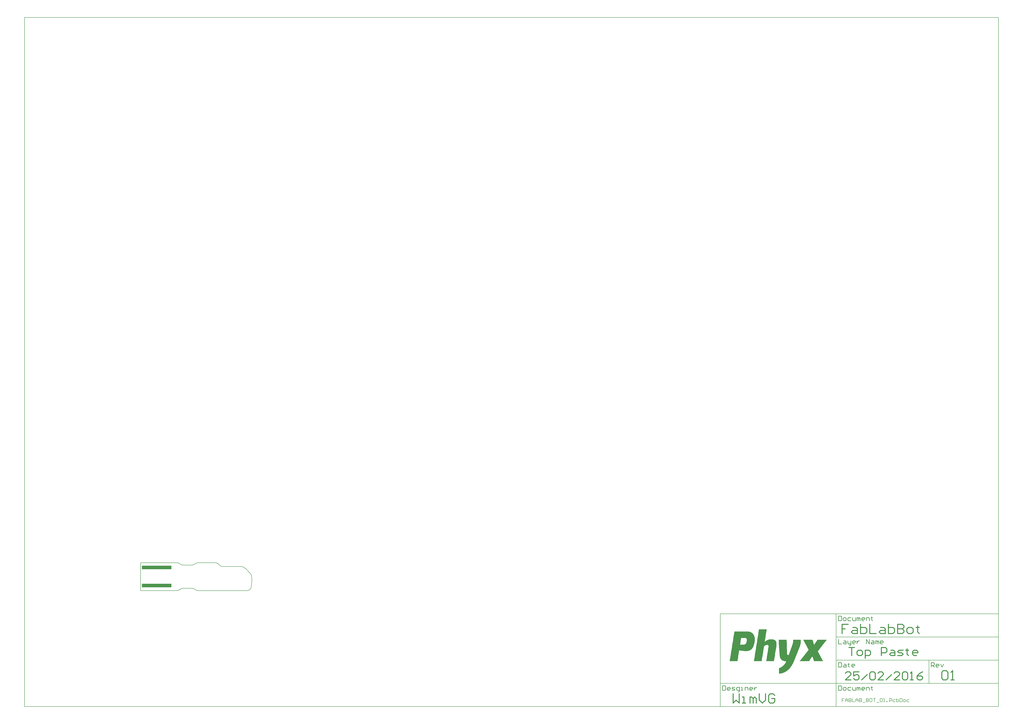
<source format=gtp>
G04 Layer_Color=8421504*
%FSLAX25Y25*%
%MOIN*%
G70*
G01*
G75*
%ADD11R,0.50000X0.05906*%
%ADD12C,0.01575*%
%ADD13C,0.00787*%
%ADD14C,0.00984*%
G36*
X1121080Y-83717D02*
Y-84003D01*
Y-84290D01*
Y-84576D01*
Y-84862D01*
Y-85149D01*
Y-85435D01*
Y-85721D01*
Y-86007D01*
Y-86294D01*
Y-86580D01*
Y-86866D01*
Y-87153D01*
Y-87439D01*
Y-87725D01*
Y-88012D01*
Y-88298D01*
Y-88584D01*
Y-88871D01*
Y-89157D01*
Y-89443D01*
X1120793D01*
Y-89730D01*
Y-90016D01*
Y-90302D01*
Y-90588D01*
Y-90875D01*
X1120507D01*
Y-91161D01*
Y-91448D01*
Y-91734D01*
Y-92020D01*
X1120221D01*
Y-92306D01*
Y-92593D01*
Y-92879D01*
Y-93165D01*
X1119934D01*
Y-93452D01*
Y-93738D01*
Y-94024D01*
X1119648D01*
Y-94311D01*
Y-94597D01*
Y-94883D01*
X1119362D01*
Y-95170D01*
Y-95456D01*
Y-95742D01*
X1119075D01*
Y-96029D01*
Y-96315D01*
Y-96601D01*
X1118789D01*
Y-96887D01*
Y-97174D01*
X1118503D01*
Y-97460D01*
Y-97746D01*
X1118217D01*
Y-98033D01*
Y-98319D01*
Y-98605D01*
X1117930D01*
Y-98892D01*
Y-99178D01*
X1117644D01*
Y-99464D01*
Y-99751D01*
Y-100037D01*
X1117358D01*
Y-100323D01*
Y-100610D01*
X1117071D01*
Y-100896D01*
Y-101182D01*
Y-101468D01*
X1116785D01*
Y-101755D01*
Y-102041D01*
X1116499D01*
Y-102327D01*
Y-102614D01*
Y-102900D01*
X1116212D01*
Y-103186D01*
Y-103473D01*
X1115926D01*
Y-103759D01*
Y-104045D01*
Y-104332D01*
X1115640D01*
Y-104618D01*
Y-104904D01*
X1115353D01*
Y-105191D01*
Y-105477D01*
Y-105763D01*
X1115067D01*
Y-106049D01*
Y-106336D01*
X1114781D01*
Y-106622D01*
Y-106908D01*
Y-107195D01*
X1114494D01*
Y-107481D01*
Y-107767D01*
X1114208D01*
Y-108054D01*
Y-108340D01*
Y-108626D01*
X1113922D01*
Y-108913D01*
Y-109199D01*
X1113636D01*
Y-109485D01*
Y-109772D01*
Y-110058D01*
X1113349D01*
Y-110344D01*
Y-110630D01*
X1113063D01*
Y-110917D01*
Y-111203D01*
Y-111489D01*
X1112776D01*
Y-111776D01*
Y-112062D01*
X1112490D01*
Y-112348D01*
Y-112635D01*
Y-112921D01*
X1112204D01*
Y-113207D01*
Y-113494D01*
X1111918D01*
Y-113780D01*
Y-114066D01*
Y-114353D01*
X1111631D01*
Y-114639D01*
Y-114925D01*
X1111345D01*
Y-115211D01*
Y-115498D01*
Y-115784D01*
X1111059D01*
Y-116070D01*
Y-116357D01*
X1110772D01*
Y-116643D01*
Y-116929D01*
Y-117216D01*
X1110486D01*
Y-117502D01*
Y-117788D01*
X1110200D01*
Y-118075D01*
Y-118361D01*
Y-118647D01*
X1109913D01*
Y-118933D01*
Y-119220D01*
X1109627D01*
Y-119506D01*
Y-119792D01*
Y-120079D01*
X1109341D01*
Y-120365D01*
Y-120651D01*
X1109054D01*
Y-120938D01*
Y-121224D01*
X1108768D01*
Y-121510D01*
Y-121797D01*
X1108482D01*
Y-122083D01*
Y-122369D01*
Y-122656D01*
X1108195D01*
Y-122942D01*
X1107909D01*
Y-123228D01*
Y-123514D01*
Y-123801D01*
X1107623D01*
Y-124087D01*
X1107337D01*
Y-124373D01*
Y-124660D01*
X1107050D01*
Y-124946D01*
Y-125232D01*
X1106764D01*
Y-125519D01*
Y-125805D01*
X1106478D01*
Y-126091D01*
Y-126378D01*
X1106191D01*
Y-126664D01*
X1105905D01*
Y-126950D01*
Y-127237D01*
X1105619D01*
Y-127523D01*
Y-127809D01*
X1105332D01*
Y-128095D01*
X1105046D01*
Y-128382D01*
X1104760D01*
Y-128668D01*
Y-128954D01*
X1104473D01*
Y-129241D01*
X1104187D01*
Y-129527D01*
Y-129813D01*
X1103901D01*
Y-130100D01*
X1103615D01*
Y-130386D01*
X1103328D01*
Y-130672D01*
Y-130959D01*
X1103042D01*
Y-131245D01*
X1102756D01*
Y-131531D01*
X1102469D01*
Y-131818D01*
X1102183D01*
Y-132104D01*
X1101897D01*
Y-132390D01*
Y-132676D01*
X1101610D01*
Y-132963D01*
X1101324D01*
Y-133249D01*
X1101038D01*
Y-133535D01*
X1100751D01*
Y-133822D01*
X1100465D01*
Y-134108D01*
X1100179D01*
Y-134394D01*
X1099892D01*
Y-134681D01*
X1099320D01*
Y-134967D01*
X1099034D01*
Y-135253D01*
X1098747D01*
Y-135540D01*
X1098461D01*
Y-135826D01*
X1098175D01*
Y-136112D01*
X1097602D01*
Y-136399D01*
X1097316D01*
Y-136685D01*
X1096743D01*
Y-136971D01*
X1096457D01*
Y-137258D01*
X1095884D01*
Y-137544D01*
X1095598D01*
Y-137830D01*
X1095025D01*
Y-138117D01*
X1094452D01*
Y-138403D01*
X1093880D01*
Y-138689D01*
X1093307D01*
Y-138975D01*
X1092735D01*
Y-139262D01*
X1091876D01*
Y-139548D01*
X1091303D01*
Y-139834D01*
X1090444D01*
Y-140121D01*
X1089299D01*
Y-140407D01*
X1088154D01*
Y-140693D01*
X1086436D01*
Y-140980D01*
X1084432D01*
Y-141266D01*
X1084145D01*
Y-140980D01*
Y-140693D01*
Y-140407D01*
Y-140121D01*
Y-139834D01*
Y-139548D01*
Y-139262D01*
Y-138975D01*
Y-138689D01*
Y-138403D01*
Y-138117D01*
Y-137830D01*
Y-137544D01*
Y-137258D01*
Y-136971D01*
Y-136685D01*
Y-136399D01*
Y-136112D01*
Y-135826D01*
Y-135540D01*
Y-135253D01*
Y-134967D01*
Y-134681D01*
Y-134394D01*
Y-134108D01*
Y-133822D01*
Y-133535D01*
Y-133249D01*
Y-132963D01*
Y-132676D01*
Y-132390D01*
Y-132104D01*
Y-131818D01*
X1084718D01*
Y-131531D01*
X1085291D01*
Y-131245D01*
X1085863D01*
Y-130959D01*
X1086436D01*
Y-130672D01*
X1087008D01*
Y-130386D01*
X1087581D01*
Y-130100D01*
X1087867D01*
Y-129813D01*
X1088440D01*
Y-129527D01*
X1088726D01*
Y-129241D01*
X1089299D01*
Y-128954D01*
X1089585D01*
Y-128668D01*
X1089872D01*
Y-128382D01*
X1090444D01*
Y-128095D01*
X1090730D01*
Y-127809D01*
X1091017D01*
Y-127523D01*
X1091303D01*
Y-127237D01*
X1091589D01*
Y-126950D01*
X1091876D01*
Y-126664D01*
X1092162D01*
Y-126378D01*
X1092448D01*
Y-126091D01*
X1092735D01*
Y-125805D01*
X1093021D01*
Y-125519D01*
X1093307D01*
Y-125232D01*
X1093594D01*
Y-124946D01*
Y-124660D01*
X1093880D01*
Y-124373D01*
X1094166D01*
Y-124087D01*
X1094452D01*
Y-123801D01*
Y-123514D01*
X1094739D01*
Y-123228D01*
X1095025D01*
Y-122942D01*
Y-122656D01*
X1095311D01*
Y-122369D01*
Y-122083D01*
X1095598D01*
Y-121797D01*
X1095884D01*
Y-121510D01*
Y-121224D01*
X1096170D01*
Y-120938D01*
Y-120651D01*
X1096457D01*
Y-120365D01*
Y-120079D01*
X1094739D01*
Y-119792D01*
X1092735D01*
Y-119506D01*
X1091589D01*
Y-119220D01*
X1091017D01*
Y-118933D01*
X1090158D01*
Y-118647D01*
X1089585D01*
Y-118361D01*
X1089299D01*
Y-118075D01*
X1088726D01*
Y-117788D01*
X1088440D01*
Y-117502D01*
X1088154D01*
Y-117216D01*
X1087867D01*
Y-116929D01*
X1087581D01*
Y-116643D01*
X1087295D01*
Y-116357D01*
Y-116070D01*
X1087008D01*
Y-115784D01*
X1086722D01*
Y-115498D01*
Y-115211D01*
X1086436D01*
Y-114925D01*
Y-114639D01*
X1086149D01*
Y-114353D01*
Y-114066D01*
X1085863D01*
Y-113780D01*
Y-113494D01*
Y-113207D01*
X1085577D01*
Y-112921D01*
Y-112635D01*
Y-112348D01*
Y-112062D01*
X1085291D01*
Y-111776D01*
Y-111489D01*
Y-111203D01*
Y-110917D01*
Y-110630D01*
Y-110344D01*
Y-110058D01*
X1085004D01*
Y-109772D01*
Y-109485D01*
Y-109199D01*
Y-108913D01*
Y-108626D01*
Y-108340D01*
Y-108054D01*
Y-107767D01*
Y-107481D01*
Y-107195D01*
Y-106908D01*
Y-106622D01*
Y-106336D01*
Y-106049D01*
Y-105763D01*
X1084718D01*
Y-105477D01*
Y-105191D01*
Y-104904D01*
Y-104618D01*
Y-104332D01*
Y-104045D01*
Y-103759D01*
Y-103473D01*
Y-103186D01*
Y-102900D01*
Y-102614D01*
Y-102327D01*
Y-102041D01*
Y-101755D01*
Y-101468D01*
X1084432D01*
Y-101182D01*
Y-100896D01*
Y-100610D01*
Y-100323D01*
Y-100037D01*
Y-99751D01*
Y-99464D01*
Y-99178D01*
Y-98892D01*
Y-98605D01*
Y-98319D01*
Y-98033D01*
Y-97746D01*
Y-97460D01*
Y-97174D01*
Y-96887D01*
X1084145D01*
Y-96601D01*
Y-96315D01*
Y-96029D01*
Y-95742D01*
Y-95456D01*
Y-95170D01*
Y-94883D01*
Y-94597D01*
Y-94311D01*
Y-94024D01*
Y-93738D01*
Y-93452D01*
Y-93165D01*
Y-92879D01*
Y-92593D01*
Y-92306D01*
X1083859D01*
Y-92020D01*
Y-91734D01*
Y-91448D01*
Y-91161D01*
Y-90875D01*
Y-90588D01*
Y-90302D01*
Y-90016D01*
Y-89730D01*
Y-89443D01*
Y-89157D01*
Y-88871D01*
Y-88584D01*
Y-88298D01*
X1083573D01*
Y-88012D01*
Y-87725D01*
Y-87439D01*
Y-87153D01*
Y-86866D01*
Y-86580D01*
Y-86294D01*
Y-86007D01*
Y-85721D01*
Y-85435D01*
Y-85149D01*
Y-84862D01*
Y-84576D01*
Y-84290D01*
Y-84003D01*
Y-83717D01*
X1083286D01*
Y-83431D01*
X1097029D01*
Y-83717D01*
Y-84003D01*
Y-84290D01*
Y-84576D01*
Y-84862D01*
Y-85149D01*
Y-85435D01*
Y-85721D01*
Y-86007D01*
Y-86294D01*
Y-86580D01*
Y-86866D01*
Y-87153D01*
Y-87439D01*
X1097316D01*
Y-87725D01*
Y-88012D01*
Y-88298D01*
Y-88584D01*
Y-88871D01*
Y-89157D01*
Y-89443D01*
Y-89730D01*
Y-90016D01*
Y-90302D01*
Y-90588D01*
Y-90875D01*
Y-91161D01*
Y-91448D01*
Y-91734D01*
Y-92020D01*
Y-92306D01*
Y-92593D01*
Y-92879D01*
Y-93165D01*
Y-93452D01*
Y-93738D01*
Y-94024D01*
Y-94311D01*
Y-94597D01*
Y-94883D01*
Y-95170D01*
Y-95456D01*
Y-95742D01*
Y-96029D01*
Y-96315D01*
Y-96601D01*
Y-96887D01*
Y-97174D01*
Y-97460D01*
Y-97746D01*
Y-98033D01*
Y-98319D01*
Y-98605D01*
Y-98892D01*
Y-99178D01*
X1097602D01*
Y-99464D01*
X1097316D01*
Y-99751D01*
Y-100037D01*
X1097602D01*
Y-100323D01*
Y-100610D01*
Y-100896D01*
Y-101182D01*
Y-101468D01*
Y-101755D01*
Y-102041D01*
Y-102327D01*
Y-102614D01*
Y-102900D01*
Y-103186D01*
Y-103473D01*
Y-103759D01*
Y-104045D01*
Y-104332D01*
Y-104618D01*
Y-104904D01*
Y-105191D01*
Y-105477D01*
Y-105763D01*
Y-106049D01*
Y-106336D01*
Y-106622D01*
Y-106908D01*
Y-107195D01*
Y-107481D01*
X1097888D01*
Y-107767D01*
Y-108054D01*
Y-108340D01*
X1098175D01*
Y-108626D01*
X1098461D01*
Y-108913D01*
X1098747D01*
Y-109199D01*
X1099606D01*
Y-109485D01*
X1100465D01*
Y-109199D01*
X1100751D01*
Y-108913D01*
Y-108626D01*
Y-108340D01*
X1101038D01*
Y-108054D01*
Y-107767D01*
X1101324D01*
Y-107481D01*
Y-107195D01*
Y-106908D01*
X1101610D01*
Y-106622D01*
Y-106336D01*
Y-106049D01*
X1101897D01*
Y-105763D01*
Y-105477D01*
Y-105191D01*
X1102183D01*
Y-104904D01*
Y-104618D01*
Y-104332D01*
X1102469D01*
Y-104045D01*
Y-103759D01*
X1102756D01*
Y-103473D01*
Y-103186D01*
Y-102900D01*
X1103042D01*
Y-102614D01*
Y-102327D01*
Y-102041D01*
X1103328D01*
Y-101755D01*
Y-101468D01*
Y-101182D01*
X1103615D01*
Y-100896D01*
Y-100610D01*
X1103901D01*
Y-100323D01*
Y-100037D01*
Y-99751D01*
X1104187D01*
Y-99464D01*
Y-99178D01*
Y-98892D01*
X1104473D01*
Y-98605D01*
Y-98319D01*
Y-98033D01*
X1104760D01*
Y-97746D01*
Y-97460D01*
X1105046D01*
Y-97174D01*
Y-96887D01*
Y-96601D01*
X1105332D01*
Y-96315D01*
Y-96029D01*
Y-95742D01*
X1105619D01*
Y-95456D01*
Y-95170D01*
Y-94883D01*
X1105905D01*
Y-94597D01*
Y-94311D01*
X1106191D01*
Y-94024D01*
Y-93738D01*
Y-93452D01*
X1106478D01*
Y-93165D01*
Y-92879D01*
Y-92593D01*
X1106764D01*
Y-92306D01*
Y-92020D01*
Y-91734D01*
X1107050D01*
Y-91448D01*
Y-91161D01*
Y-90875D01*
Y-90588D01*
X1107337D01*
Y-90302D01*
Y-90016D01*
Y-89730D01*
Y-89443D01*
X1107623D01*
Y-89157D01*
Y-88871D01*
Y-88584D01*
Y-88298D01*
Y-88012D01*
X1107909D01*
Y-87725D01*
Y-87439D01*
Y-87153D01*
Y-86866D01*
Y-86580D01*
Y-86294D01*
X1108195D01*
Y-86007D01*
Y-85721D01*
Y-85435D01*
Y-85149D01*
Y-84862D01*
Y-84576D01*
Y-84290D01*
Y-84003D01*
Y-83717D01*
Y-83431D01*
X1121080D01*
Y-83717D01*
D02*
G37*
G36*
X1063244Y-66252D02*
Y-66538D01*
X1062958D01*
Y-66825D01*
Y-67111D01*
Y-67397D01*
Y-67684D01*
Y-67970D01*
Y-68256D01*
X1062672D01*
Y-68542D01*
Y-68829D01*
Y-69115D01*
Y-69401D01*
Y-69688D01*
Y-69974D01*
X1062385D01*
Y-70260D01*
Y-70547D01*
Y-70833D01*
Y-71119D01*
Y-71406D01*
Y-71692D01*
Y-71978D01*
X1062099D01*
Y-72264D01*
Y-72551D01*
Y-72837D01*
Y-73123D01*
Y-73410D01*
Y-73696D01*
X1061813D01*
Y-73982D01*
Y-74269D01*
Y-74555D01*
Y-74841D01*
Y-75128D01*
Y-75414D01*
X1061526D01*
Y-75700D01*
Y-75987D01*
Y-76273D01*
Y-76559D01*
Y-76846D01*
Y-77132D01*
Y-77418D01*
X1061240D01*
Y-77704D01*
Y-77991D01*
Y-78277D01*
Y-78563D01*
Y-78850D01*
Y-79136D01*
X1060954D01*
Y-79422D01*
Y-79709D01*
Y-79995D01*
Y-80281D01*
Y-80568D01*
Y-80854D01*
X1060668D01*
Y-81140D01*
Y-81427D01*
Y-81713D01*
Y-81999D01*
Y-82285D01*
Y-82572D01*
X1060381D01*
Y-82858D01*
Y-83144D01*
Y-83431D01*
Y-83717D01*
Y-84003D01*
Y-84290D01*
Y-84576D01*
X1060095D01*
Y-84862D01*
Y-85149D01*
Y-85435D01*
Y-85721D01*
Y-86007D01*
Y-86294D01*
X1059809D01*
Y-86580D01*
Y-86866D01*
X1060381D01*
Y-86580D01*
X1060668D01*
Y-86294D01*
X1060954D01*
Y-86007D01*
X1061526D01*
Y-85721D01*
X1061813D01*
Y-85435D01*
X1062099D01*
Y-85149D01*
X1062672D01*
Y-84862D01*
X1063244D01*
Y-84576D01*
X1063531D01*
Y-84290D01*
X1064103D01*
Y-84003D01*
X1064962D01*
Y-83717D01*
X1065535D01*
Y-83431D01*
X1066394D01*
Y-83144D01*
X1067825D01*
Y-82858D01*
X1074124D01*
Y-83144D01*
X1075270D01*
Y-83431D01*
X1076128D01*
Y-83717D01*
X1076701D01*
Y-84003D01*
X1076987D01*
Y-84290D01*
X1077560D01*
Y-84576D01*
X1077846D01*
Y-84862D01*
X1078133D01*
Y-85149D01*
X1078419D01*
Y-85435D01*
X1078705D01*
Y-85721D01*
Y-86007D01*
X1078992D01*
Y-86294D01*
Y-86580D01*
X1079278D01*
Y-86866D01*
Y-87153D01*
Y-87439D01*
X1079564D01*
Y-87725D01*
Y-88012D01*
Y-88298D01*
Y-88584D01*
X1079850D01*
Y-88871D01*
Y-89157D01*
Y-89443D01*
Y-89730D01*
Y-90016D01*
Y-90302D01*
Y-90588D01*
Y-90875D01*
Y-91161D01*
Y-91448D01*
Y-91734D01*
Y-92020D01*
Y-92306D01*
Y-92593D01*
Y-92879D01*
Y-93165D01*
Y-93452D01*
Y-93738D01*
X1079564D01*
Y-94024D01*
Y-94311D01*
Y-94597D01*
Y-94883D01*
Y-95170D01*
Y-95456D01*
Y-95742D01*
X1079278D01*
Y-96029D01*
Y-96315D01*
Y-96601D01*
Y-96887D01*
Y-97174D01*
Y-97460D01*
Y-97746D01*
X1078992D01*
Y-98033D01*
Y-98319D01*
Y-98605D01*
Y-98892D01*
Y-99178D01*
Y-99464D01*
X1078705D01*
Y-99751D01*
Y-100037D01*
Y-100323D01*
Y-100610D01*
Y-100896D01*
Y-101182D01*
X1078419D01*
Y-101468D01*
Y-101755D01*
Y-102041D01*
Y-102327D01*
Y-102614D01*
Y-102900D01*
X1078133D01*
Y-103186D01*
Y-103473D01*
Y-103759D01*
Y-104045D01*
Y-104332D01*
Y-104618D01*
Y-104904D01*
X1077846D01*
Y-105191D01*
Y-105477D01*
Y-105763D01*
Y-106049D01*
Y-106336D01*
Y-106622D01*
X1077560D01*
Y-106908D01*
Y-107195D01*
Y-107481D01*
Y-107767D01*
Y-108054D01*
Y-108340D01*
X1077274D01*
Y-108626D01*
Y-108913D01*
Y-109199D01*
Y-109485D01*
Y-109772D01*
Y-110058D01*
Y-110344D01*
X1076987D01*
Y-110630D01*
Y-110917D01*
Y-111203D01*
Y-111489D01*
Y-111776D01*
Y-112062D01*
X1076701D01*
Y-112348D01*
Y-112635D01*
Y-112921D01*
Y-113207D01*
Y-113494D01*
Y-113780D01*
X1076415D01*
Y-114066D01*
Y-114353D01*
Y-114639D01*
Y-114925D01*
Y-115211D01*
Y-115498D01*
X1076128D01*
Y-115784D01*
Y-116070D01*
Y-116357D01*
Y-116643D01*
Y-116929D01*
Y-117216D01*
Y-117502D01*
X1075842D01*
Y-117788D01*
Y-118075D01*
Y-118361D01*
Y-118647D01*
Y-118933D01*
Y-119220D01*
X1075556D01*
Y-119506D01*
Y-119792D01*
X1062385D01*
Y-119506D01*
Y-119220D01*
X1062672D01*
Y-118933D01*
Y-118647D01*
Y-118361D01*
Y-118075D01*
Y-117788D01*
Y-117502D01*
X1062958D01*
Y-117216D01*
Y-116929D01*
Y-116643D01*
Y-116357D01*
Y-116070D01*
Y-115784D01*
Y-115498D01*
X1063244D01*
Y-115211D01*
Y-114925D01*
Y-114639D01*
Y-114353D01*
Y-114066D01*
Y-113780D01*
X1063531D01*
Y-113494D01*
Y-113207D01*
Y-112921D01*
Y-112635D01*
Y-112348D01*
Y-112062D01*
X1063817D01*
Y-111776D01*
Y-111489D01*
Y-111203D01*
Y-110917D01*
Y-110630D01*
Y-110344D01*
Y-110058D01*
X1064103D01*
Y-109772D01*
Y-109485D01*
Y-109199D01*
Y-108913D01*
Y-108626D01*
Y-108340D01*
X1064390D01*
Y-108054D01*
Y-107767D01*
Y-107481D01*
Y-107195D01*
Y-106908D01*
Y-106622D01*
Y-106336D01*
X1064676D01*
Y-106049D01*
Y-105763D01*
Y-105477D01*
Y-105191D01*
Y-104904D01*
Y-104618D01*
X1064962D01*
Y-104332D01*
Y-104045D01*
Y-103759D01*
Y-103473D01*
Y-103186D01*
Y-102900D01*
X1065249D01*
Y-102614D01*
Y-102327D01*
Y-102041D01*
Y-101755D01*
Y-101468D01*
Y-101182D01*
X1065535D01*
Y-100896D01*
Y-100610D01*
Y-100323D01*
Y-100037D01*
Y-99751D01*
Y-99464D01*
Y-99178D01*
X1065821D01*
Y-98892D01*
Y-98605D01*
Y-98319D01*
Y-98033D01*
Y-97746D01*
Y-97460D01*
X1066107D01*
Y-97174D01*
Y-96887D01*
Y-96601D01*
Y-96315D01*
Y-96029D01*
Y-95742D01*
Y-95456D01*
X1066394D01*
Y-95170D01*
Y-94883D01*
Y-94597D01*
Y-94311D01*
Y-94024D01*
Y-93738D01*
X1066107D01*
Y-93452D01*
Y-93165D01*
X1065821D01*
Y-92879D01*
X1065535D01*
Y-92593D01*
X1064962D01*
Y-92306D01*
X1063244D01*
Y-92593D01*
X1061813D01*
Y-92879D01*
X1060954D01*
Y-93165D01*
X1060381D01*
Y-93452D01*
X1060095D01*
Y-93738D01*
X1059522D01*
Y-94024D01*
X1059236D01*
Y-94311D01*
X1058950D01*
Y-94597D01*
Y-94883D01*
X1058663D01*
Y-95170D01*
Y-95456D01*
Y-95742D01*
X1058377D01*
Y-96029D01*
Y-96315D01*
Y-96601D01*
Y-96887D01*
Y-97174D01*
Y-97460D01*
X1058091D01*
Y-97746D01*
Y-98033D01*
Y-98319D01*
Y-98605D01*
Y-98892D01*
Y-99178D01*
Y-99464D01*
X1057804D01*
Y-99751D01*
Y-100037D01*
Y-100323D01*
Y-100610D01*
Y-100896D01*
Y-101182D01*
X1057518D01*
Y-101468D01*
Y-101755D01*
Y-102041D01*
Y-102327D01*
Y-102614D01*
Y-102900D01*
X1057232D01*
Y-103186D01*
Y-103473D01*
Y-103759D01*
Y-104045D01*
Y-104332D01*
Y-104618D01*
X1056946D01*
Y-104904D01*
Y-105191D01*
Y-105477D01*
Y-105763D01*
Y-106049D01*
Y-106336D01*
Y-106622D01*
X1056659D01*
Y-106908D01*
Y-107195D01*
Y-107481D01*
Y-107767D01*
Y-108054D01*
Y-108340D01*
X1056373D01*
Y-108626D01*
Y-108913D01*
Y-109199D01*
Y-109485D01*
Y-109772D01*
Y-110058D01*
X1056087D01*
Y-110344D01*
Y-110630D01*
Y-110917D01*
Y-111203D01*
Y-111489D01*
Y-111776D01*
Y-112062D01*
X1055800D01*
Y-112348D01*
Y-112635D01*
Y-112921D01*
Y-113207D01*
Y-113494D01*
Y-113780D01*
X1055514D01*
Y-114066D01*
Y-114353D01*
Y-114639D01*
Y-114925D01*
Y-115211D01*
Y-115498D01*
X1055228D01*
Y-115784D01*
Y-116070D01*
Y-116357D01*
Y-116643D01*
Y-116929D01*
Y-117216D01*
X1054941D01*
Y-117502D01*
Y-117788D01*
Y-118075D01*
Y-118361D01*
Y-118647D01*
Y-118933D01*
Y-119220D01*
X1054655D01*
Y-119506D01*
Y-119792D01*
X1041485D01*
Y-119506D01*
Y-119220D01*
X1041771D01*
Y-118933D01*
Y-118647D01*
Y-118361D01*
Y-118075D01*
Y-117788D01*
Y-117502D01*
Y-117216D01*
X1042057D01*
Y-116929D01*
Y-116643D01*
Y-116357D01*
Y-116070D01*
Y-115784D01*
Y-115498D01*
X1042344D01*
Y-115211D01*
Y-114925D01*
Y-114639D01*
Y-114353D01*
Y-114066D01*
Y-113780D01*
X1042630D01*
Y-113494D01*
Y-113207D01*
Y-112921D01*
Y-112635D01*
Y-112348D01*
Y-112062D01*
Y-111776D01*
X1042916D01*
Y-111489D01*
Y-111203D01*
Y-110917D01*
Y-110630D01*
Y-110344D01*
Y-110058D01*
X1043202D01*
Y-109772D01*
Y-109485D01*
Y-109199D01*
Y-108913D01*
Y-108626D01*
Y-108340D01*
X1043489D01*
Y-108054D01*
Y-107767D01*
Y-107481D01*
Y-107195D01*
Y-106908D01*
Y-106622D01*
X1043775D01*
Y-106336D01*
Y-106049D01*
Y-105763D01*
Y-105477D01*
Y-105191D01*
Y-104904D01*
Y-104618D01*
X1044061D01*
Y-104332D01*
Y-104045D01*
Y-103759D01*
Y-103473D01*
Y-103186D01*
Y-102900D01*
X1044348D01*
Y-102614D01*
Y-102327D01*
Y-102041D01*
Y-101755D01*
Y-101468D01*
Y-101182D01*
X1044634D01*
Y-100896D01*
Y-100610D01*
Y-100323D01*
Y-100037D01*
Y-99751D01*
Y-99464D01*
Y-99178D01*
X1044920D01*
Y-98892D01*
Y-98605D01*
Y-98319D01*
Y-98033D01*
Y-97746D01*
Y-97460D01*
X1045207D01*
Y-97174D01*
Y-96887D01*
Y-96601D01*
Y-96315D01*
Y-96029D01*
Y-95742D01*
X1045493D01*
Y-95456D01*
Y-95170D01*
Y-94883D01*
Y-94597D01*
Y-94311D01*
Y-94024D01*
X1045779D01*
Y-93738D01*
Y-93452D01*
Y-93165D01*
Y-92879D01*
Y-92593D01*
Y-92306D01*
Y-92020D01*
X1046066D01*
Y-91734D01*
Y-91448D01*
Y-91161D01*
Y-90875D01*
Y-90588D01*
Y-90302D01*
X1046352D01*
Y-90016D01*
Y-89730D01*
Y-89443D01*
Y-89157D01*
Y-88871D01*
Y-88584D01*
X1046638D01*
Y-88298D01*
Y-88012D01*
Y-87725D01*
Y-87439D01*
Y-87153D01*
Y-86866D01*
X1046925D01*
Y-86580D01*
Y-86294D01*
Y-86007D01*
Y-85721D01*
Y-85435D01*
Y-85149D01*
Y-84862D01*
X1047211D01*
Y-84576D01*
Y-84290D01*
Y-84003D01*
Y-83717D01*
Y-83431D01*
Y-83144D01*
X1047497D01*
Y-82858D01*
Y-82572D01*
Y-82285D01*
Y-81999D01*
Y-81713D01*
Y-81427D01*
X1047783D01*
Y-81140D01*
Y-80854D01*
Y-80568D01*
Y-80281D01*
Y-79995D01*
Y-79709D01*
Y-79422D01*
X1048070D01*
Y-79136D01*
Y-78850D01*
Y-78563D01*
Y-78277D01*
Y-77991D01*
Y-77704D01*
X1048356D01*
Y-77418D01*
Y-77132D01*
Y-76846D01*
Y-76559D01*
Y-76273D01*
Y-75987D01*
X1048642D01*
Y-75700D01*
Y-75414D01*
Y-75128D01*
Y-74841D01*
Y-74555D01*
Y-74269D01*
X1048929D01*
Y-73982D01*
Y-73696D01*
Y-73410D01*
Y-73123D01*
Y-72837D01*
Y-72551D01*
Y-72264D01*
X1049215D01*
Y-71978D01*
Y-71692D01*
Y-71406D01*
Y-71119D01*
Y-70833D01*
Y-70547D01*
X1049501D01*
Y-70260D01*
Y-69974D01*
Y-69688D01*
Y-69401D01*
Y-69115D01*
Y-68829D01*
X1049788D01*
Y-68542D01*
Y-68256D01*
Y-67970D01*
Y-67684D01*
Y-67397D01*
Y-67111D01*
Y-66825D01*
X1050074D01*
Y-66538D01*
Y-66252D01*
Y-65966D01*
X1063244D01*
Y-66252D01*
D02*
G37*
G36*
X1032036Y-69688D02*
X1033754D01*
Y-69974D01*
X1034613D01*
Y-70260D01*
X1035472D01*
Y-70547D01*
X1036331D01*
Y-70833D01*
X1036904D01*
Y-71119D01*
X1037190D01*
Y-71406D01*
X1037763D01*
Y-71692D01*
X1038049D01*
Y-71978D01*
X1038622D01*
Y-72264D01*
X1038908D01*
Y-72551D01*
X1039194D01*
Y-72837D01*
X1039480D01*
Y-73123D01*
X1039767D01*
Y-73410D01*
X1040053D01*
Y-73696D01*
X1040339D01*
Y-73982D01*
Y-74269D01*
X1040626D01*
Y-74555D01*
X1040912D01*
Y-74841D01*
Y-75128D01*
X1041198D01*
Y-75414D01*
X1041485D01*
Y-75700D01*
Y-75987D01*
X1041771D01*
Y-76273D01*
Y-76559D01*
Y-76846D01*
X1042057D01*
Y-77132D01*
Y-77418D01*
Y-77704D01*
X1042344D01*
Y-77991D01*
Y-78277D01*
Y-78563D01*
Y-78850D01*
X1042630D01*
Y-79136D01*
Y-79422D01*
Y-79709D01*
Y-79995D01*
Y-80281D01*
X1042916D01*
Y-80568D01*
Y-80854D01*
Y-81140D01*
Y-81427D01*
Y-81713D01*
Y-81999D01*
Y-82285D01*
Y-82572D01*
Y-82858D01*
Y-83144D01*
Y-83431D01*
Y-83717D01*
Y-84003D01*
Y-84290D01*
Y-84576D01*
Y-84862D01*
Y-85149D01*
Y-85435D01*
Y-85721D01*
Y-86007D01*
X1042630D01*
Y-86294D01*
Y-86580D01*
Y-86866D01*
Y-87153D01*
Y-87439D01*
Y-87725D01*
Y-88012D01*
X1042344D01*
Y-88298D01*
Y-88584D01*
Y-88871D01*
Y-89157D01*
Y-89443D01*
X1042057D01*
Y-89730D01*
Y-90016D01*
Y-90302D01*
Y-90588D01*
Y-90875D01*
X1041771D01*
Y-91161D01*
Y-91448D01*
Y-91734D01*
X1041485D01*
Y-92020D01*
Y-92306D01*
Y-92593D01*
Y-92879D01*
X1041198D01*
Y-93165D01*
Y-93452D01*
Y-93738D01*
X1040912D01*
Y-94024D01*
Y-94311D01*
X1040626D01*
Y-94597D01*
Y-94883D01*
Y-95170D01*
X1040339D01*
Y-95456D01*
Y-95742D01*
X1040053D01*
Y-96029D01*
Y-96315D01*
X1039767D01*
Y-96601D01*
Y-96887D01*
X1039480D01*
Y-97174D01*
X1039194D01*
Y-97460D01*
Y-97746D01*
X1038908D01*
Y-98033D01*
X1038622D01*
Y-98319D01*
X1038335D01*
Y-98605D01*
Y-98892D01*
X1038049D01*
Y-99178D01*
X1037763D01*
Y-99464D01*
X1037476D01*
Y-99751D01*
X1037190D01*
Y-100037D01*
X1036904D01*
Y-100323D01*
X1036331D01*
Y-100610D01*
X1036045D01*
Y-100896D01*
X1035472D01*
Y-101182D01*
X1035186D01*
Y-101468D01*
X1034613D01*
Y-101755D01*
X1033754D01*
Y-102041D01*
X1032895D01*
Y-102327D01*
X1032036D01*
Y-102614D01*
X1030318D01*
Y-102900D01*
X1025165D01*
Y-102614D01*
X1022588D01*
Y-102327D01*
X1020584D01*
Y-102041D01*
X1019152D01*
Y-101755D01*
X1017721D01*
Y-101468D01*
X1016289D01*
Y-101755D01*
Y-102041D01*
Y-102327D01*
Y-102614D01*
Y-102900D01*
Y-103186D01*
Y-103473D01*
X1016003D01*
Y-103759D01*
Y-104045D01*
Y-104332D01*
Y-104618D01*
Y-104904D01*
Y-105191D01*
X1015716D01*
Y-105477D01*
Y-105763D01*
Y-106049D01*
Y-106336D01*
Y-106622D01*
Y-106908D01*
X1015430D01*
Y-107195D01*
Y-107481D01*
Y-107767D01*
Y-108054D01*
Y-108340D01*
Y-108626D01*
Y-108913D01*
X1015144D01*
Y-109199D01*
Y-109485D01*
Y-109772D01*
Y-110058D01*
Y-110344D01*
Y-110630D01*
X1014857D01*
Y-110917D01*
Y-111203D01*
Y-111489D01*
Y-111776D01*
Y-112062D01*
Y-112348D01*
X1014571D01*
Y-112635D01*
Y-112921D01*
Y-113207D01*
Y-113494D01*
Y-113780D01*
Y-114066D01*
Y-114353D01*
X1014285D01*
Y-114639D01*
Y-114925D01*
Y-115211D01*
Y-115498D01*
Y-115784D01*
Y-116070D01*
X1013999D01*
Y-116357D01*
Y-116643D01*
Y-116929D01*
Y-117216D01*
Y-117502D01*
Y-117788D01*
X1013712D01*
Y-118075D01*
Y-118361D01*
Y-118647D01*
Y-118933D01*
Y-119220D01*
Y-119506D01*
Y-119792D01*
X1000256D01*
Y-119506D01*
X1000542D01*
Y-119220D01*
Y-118933D01*
Y-118647D01*
Y-118361D01*
Y-118075D01*
X1000828D01*
Y-117788D01*
Y-117502D01*
Y-117216D01*
Y-116929D01*
Y-116643D01*
Y-116357D01*
Y-116070D01*
X1001114D01*
Y-115784D01*
Y-115498D01*
Y-115211D01*
Y-114925D01*
Y-114639D01*
Y-114353D01*
X1001401D01*
Y-114066D01*
Y-113780D01*
Y-113494D01*
Y-113207D01*
Y-112921D01*
Y-112635D01*
X1001687D01*
Y-112348D01*
Y-112062D01*
Y-111776D01*
Y-111489D01*
Y-111203D01*
Y-110917D01*
Y-110630D01*
X1001974D01*
Y-110344D01*
Y-110058D01*
Y-109772D01*
Y-109485D01*
Y-109199D01*
Y-108913D01*
X1002260D01*
Y-108626D01*
Y-108340D01*
Y-108054D01*
Y-107767D01*
Y-107481D01*
Y-107195D01*
X1002546D01*
Y-106908D01*
Y-106622D01*
Y-106336D01*
Y-106049D01*
Y-105763D01*
Y-105477D01*
X1002832D01*
Y-105191D01*
Y-104904D01*
Y-104618D01*
Y-104332D01*
Y-104045D01*
Y-103759D01*
Y-103473D01*
X1003119D01*
Y-103186D01*
Y-102900D01*
Y-102614D01*
Y-102327D01*
Y-102041D01*
Y-101755D01*
X1003405D01*
Y-101468D01*
Y-101182D01*
Y-100896D01*
Y-100610D01*
Y-100323D01*
Y-100037D01*
X1003691D01*
Y-99751D01*
Y-99464D01*
Y-99178D01*
Y-98892D01*
Y-98605D01*
Y-98319D01*
X1003978D01*
Y-98033D01*
Y-97746D01*
Y-97460D01*
Y-97174D01*
Y-96887D01*
Y-96601D01*
Y-96315D01*
X1004264D01*
Y-96029D01*
Y-95742D01*
Y-95456D01*
Y-95170D01*
Y-94883D01*
Y-94597D01*
X1004550D01*
Y-94311D01*
Y-94024D01*
Y-93738D01*
Y-93452D01*
Y-93165D01*
Y-92879D01*
X1004837D01*
Y-92593D01*
Y-92306D01*
Y-92020D01*
Y-91734D01*
Y-91448D01*
Y-91161D01*
Y-90875D01*
X1005123D01*
Y-90588D01*
Y-90302D01*
Y-90016D01*
Y-89730D01*
Y-89443D01*
Y-89157D01*
X1005409D01*
Y-88871D01*
Y-88584D01*
Y-88298D01*
Y-88012D01*
Y-87725D01*
Y-87439D01*
X1005696D01*
Y-87153D01*
Y-86866D01*
Y-86580D01*
Y-86294D01*
Y-86007D01*
Y-85721D01*
X1005982D01*
Y-85435D01*
Y-85149D01*
Y-84862D01*
Y-84576D01*
Y-84290D01*
Y-84003D01*
Y-83717D01*
X1006268D01*
Y-83431D01*
Y-83144D01*
Y-82858D01*
Y-82572D01*
Y-82285D01*
Y-81999D01*
X1006555D01*
Y-81713D01*
Y-81427D01*
Y-81140D01*
Y-80854D01*
Y-80568D01*
Y-80281D01*
X1006841D01*
Y-79995D01*
Y-79709D01*
Y-79422D01*
Y-79136D01*
Y-78850D01*
Y-78563D01*
Y-78277D01*
X1007127D01*
Y-77991D01*
Y-77704D01*
Y-77418D01*
Y-77132D01*
Y-76846D01*
Y-76559D01*
X1007413D01*
Y-76273D01*
Y-75987D01*
Y-75700D01*
Y-75414D01*
Y-75128D01*
Y-74841D01*
X1007700D01*
Y-74555D01*
Y-74269D01*
Y-73982D01*
Y-73696D01*
Y-73410D01*
Y-73123D01*
Y-72837D01*
X1007986D01*
Y-72551D01*
Y-72264D01*
Y-71978D01*
Y-71692D01*
Y-71406D01*
Y-71119D01*
X1008272D01*
Y-70833D01*
Y-70547D01*
Y-70260D01*
Y-69974D01*
Y-69688D01*
Y-69401D01*
X1032036D01*
Y-69688D01*
D02*
G37*
G36*
X1165172Y-83717D02*
X1164886D01*
Y-84003D01*
X1164599D01*
Y-84290D01*
Y-84576D01*
X1164313D01*
Y-84862D01*
X1164027D01*
Y-85149D01*
X1163740D01*
Y-85435D01*
Y-85721D01*
X1163454D01*
Y-86007D01*
X1163168D01*
Y-86294D01*
X1162881D01*
Y-86580D01*
X1162595D01*
Y-86866D01*
Y-87153D01*
X1162309D01*
Y-87439D01*
X1162022D01*
Y-87725D01*
X1161736D01*
Y-88012D01*
Y-88298D01*
X1161450D01*
Y-88584D01*
X1161163D01*
Y-88871D01*
X1160877D01*
Y-89157D01*
X1160591D01*
Y-89443D01*
Y-89730D01*
X1160305D01*
Y-90016D01*
X1160018D01*
Y-90302D01*
X1159732D01*
Y-90588D01*
Y-90875D01*
X1159445D01*
Y-91161D01*
X1159159D01*
Y-91448D01*
X1158873D01*
Y-91734D01*
Y-92020D01*
X1158587D01*
Y-92306D01*
X1158300D01*
Y-92593D01*
X1158014D01*
Y-92879D01*
X1157728D01*
Y-93165D01*
Y-93452D01*
X1157441D01*
Y-93738D01*
X1157155D01*
Y-94024D01*
X1156869D01*
Y-94311D01*
Y-94597D01*
X1156582D01*
Y-94883D01*
X1156296D01*
Y-95170D01*
X1156010D01*
Y-95456D01*
Y-95742D01*
X1155723D01*
Y-96029D01*
X1155437D01*
Y-96315D01*
X1155151D01*
Y-96601D01*
X1154865D01*
Y-96887D01*
Y-97174D01*
X1154578D01*
Y-97460D01*
X1154292D01*
Y-97746D01*
X1154006D01*
Y-98033D01*
Y-98319D01*
X1153719D01*
Y-98605D01*
X1153433D01*
Y-98892D01*
X1153147D01*
Y-99178D01*
Y-99464D01*
X1152860D01*
Y-99751D01*
X1152574D01*
Y-100037D01*
X1152288D01*
Y-100323D01*
X1152001D01*
Y-100610D01*
Y-100896D01*
X1151715D01*
Y-101182D01*
X1151429D01*
Y-101468D01*
X1151142D01*
Y-101755D01*
Y-102041D01*
X1150856D01*
Y-102327D01*
X1150570D01*
Y-102614D01*
X1150284D01*
Y-102900D01*
X1149997D01*
Y-103186D01*
Y-103473D01*
X1150284D01*
Y-103759D01*
Y-104045D01*
X1150570D01*
Y-104332D01*
Y-104618D01*
X1150856D01*
Y-104904D01*
X1151142D01*
Y-105191D01*
Y-105477D01*
X1151429D01*
Y-105763D01*
Y-106049D01*
X1151715D01*
Y-106336D01*
Y-106622D01*
X1152001D01*
Y-106908D01*
Y-107195D01*
X1152288D01*
Y-107481D01*
Y-107767D01*
X1152574D01*
Y-108054D01*
Y-108340D01*
X1152860D01*
Y-108626D01*
Y-108913D01*
X1153147D01*
Y-109199D01*
Y-109485D01*
X1153433D01*
Y-109772D01*
X1153719D01*
Y-110058D01*
Y-110344D01*
X1154006D01*
Y-110630D01*
Y-110917D01*
X1154292D01*
Y-111203D01*
Y-111489D01*
X1154578D01*
Y-111776D01*
Y-112062D01*
X1154865D01*
Y-112348D01*
Y-112635D01*
X1155151D01*
Y-112921D01*
Y-113207D01*
X1155437D01*
Y-113494D01*
Y-113780D01*
X1155723D01*
Y-114066D01*
X1156010D01*
Y-114353D01*
Y-114639D01*
X1156296D01*
Y-114925D01*
Y-115211D01*
X1156582D01*
Y-115498D01*
Y-115784D01*
X1156869D01*
Y-116070D01*
Y-116357D01*
X1157155D01*
Y-116643D01*
Y-116929D01*
X1157441D01*
Y-117216D01*
Y-117502D01*
X1157728D01*
Y-117788D01*
Y-118075D01*
X1158014D01*
Y-118361D01*
X1158300D01*
Y-118647D01*
Y-118933D01*
X1158587D01*
Y-119220D01*
Y-119506D01*
X1158873D01*
Y-119792D01*
X1143698D01*
Y-119506D01*
X1143412D01*
Y-119220D01*
Y-118933D01*
Y-118647D01*
X1143126D01*
Y-118361D01*
Y-118075D01*
Y-117788D01*
X1142839D01*
Y-117502D01*
Y-117216D01*
X1142553D01*
Y-116929D01*
Y-116643D01*
Y-116357D01*
X1142267D01*
Y-116070D01*
Y-115784D01*
Y-115498D01*
X1141980D01*
Y-115211D01*
Y-114925D01*
X1141694D01*
Y-114639D01*
Y-114353D01*
Y-114066D01*
X1141408D01*
Y-113780D01*
Y-113494D01*
Y-113207D01*
X1141121D01*
Y-112921D01*
Y-112635D01*
Y-112348D01*
X1140835D01*
Y-112062D01*
X1140263D01*
Y-112348D01*
Y-112635D01*
X1139976D01*
Y-112921D01*
X1139690D01*
Y-113207D01*
Y-113494D01*
X1139404D01*
Y-113780D01*
X1139117D01*
Y-114066D01*
Y-114353D01*
X1138831D01*
Y-114639D01*
X1138545D01*
Y-114925D01*
Y-115211D01*
X1138258D01*
Y-115498D01*
X1137972D01*
Y-115784D01*
X1137686D01*
Y-116070D01*
Y-116357D01*
X1137399D01*
Y-116643D01*
X1137113D01*
Y-116929D01*
Y-117216D01*
X1136827D01*
Y-117502D01*
X1136541D01*
Y-117788D01*
Y-118075D01*
X1136254D01*
Y-118361D01*
X1135968D01*
Y-118647D01*
Y-118933D01*
X1135682D01*
Y-119220D01*
X1135395D01*
Y-119506D01*
Y-119792D01*
X1119362D01*
Y-119506D01*
X1119648D01*
Y-119220D01*
X1119934D01*
Y-118933D01*
X1120221D01*
Y-118647D01*
X1120507D01*
Y-118361D01*
Y-118075D01*
X1120793D01*
Y-117788D01*
X1121080D01*
Y-117502D01*
X1121366D01*
Y-117216D01*
X1121652D01*
Y-116929D01*
Y-116643D01*
X1121939D01*
Y-116357D01*
X1122225D01*
Y-116070D01*
X1122511D01*
Y-115784D01*
Y-115498D01*
X1122797D01*
Y-115211D01*
X1123084D01*
Y-114925D01*
X1123370D01*
Y-114639D01*
X1123656D01*
Y-114353D01*
Y-114066D01*
X1123943D01*
Y-113780D01*
X1124229D01*
Y-113494D01*
X1124515D01*
Y-113207D01*
X1124802D01*
Y-112921D01*
Y-112635D01*
X1125088D01*
Y-112348D01*
X1125374D01*
Y-112062D01*
X1125661D01*
Y-111776D01*
Y-111489D01*
X1125947D01*
Y-111203D01*
X1126233D01*
Y-110917D01*
X1126519D01*
Y-110630D01*
X1126806D01*
Y-110344D01*
Y-110058D01*
X1127092D01*
Y-109772D01*
X1127378D01*
Y-109485D01*
X1127665D01*
Y-109199D01*
Y-108913D01*
X1127951D01*
Y-108626D01*
X1128237D01*
Y-108340D01*
X1128524D01*
Y-108054D01*
X1128810D01*
Y-107767D01*
Y-107481D01*
X1129096D01*
Y-107195D01*
X1129383D01*
Y-106908D01*
X1129669D01*
Y-106622D01*
Y-106336D01*
X1129955D01*
Y-106049D01*
X1130242D01*
Y-105763D01*
X1130528D01*
Y-105477D01*
X1130814D01*
Y-105191D01*
Y-104904D01*
X1131100D01*
Y-104618D01*
X1131387D01*
Y-104332D01*
X1131673D01*
Y-104045D01*
X1131960D01*
Y-103759D01*
Y-103473D01*
X1132246D01*
Y-103186D01*
X1132532D01*
Y-102900D01*
X1132818D01*
Y-102614D01*
Y-102327D01*
X1133105D01*
Y-102041D01*
X1133391D01*
Y-101755D01*
X1133677D01*
Y-101468D01*
X1133964D01*
Y-101182D01*
Y-100896D01*
X1134250D01*
Y-100610D01*
Y-100323D01*
Y-100037D01*
X1133964D01*
Y-99751D01*
X1133677D01*
Y-99464D01*
Y-99178D01*
X1133391D01*
Y-98892D01*
Y-98605D01*
X1133105D01*
Y-98319D01*
Y-98033D01*
X1132818D01*
Y-97746D01*
Y-97460D01*
X1132532D01*
Y-97174D01*
Y-96887D01*
X1132246D01*
Y-96601D01*
Y-96315D01*
X1131960D01*
Y-96029D01*
X1131673D01*
Y-95742D01*
Y-95456D01*
X1131387D01*
Y-95170D01*
Y-94883D01*
X1131100D01*
Y-94597D01*
Y-94311D01*
X1130814D01*
Y-94024D01*
Y-93738D01*
X1130528D01*
Y-93452D01*
Y-93165D01*
X1130242D01*
Y-92879D01*
Y-92593D01*
X1129955D01*
Y-92306D01*
X1129669D01*
Y-92020D01*
Y-91734D01*
X1129383D01*
Y-91448D01*
Y-91161D01*
X1129096D01*
Y-90875D01*
Y-90588D01*
X1128810D01*
Y-90302D01*
Y-90016D01*
X1128524D01*
Y-89730D01*
Y-89443D01*
X1128237D01*
Y-89157D01*
Y-88871D01*
X1127951D01*
Y-88584D01*
Y-88298D01*
X1127665D01*
Y-88012D01*
X1127378D01*
Y-87725D01*
Y-87439D01*
X1127092D01*
Y-87153D01*
Y-86866D01*
X1126806D01*
Y-86580D01*
Y-86294D01*
X1126519D01*
Y-86007D01*
Y-85721D01*
X1126233D01*
Y-85435D01*
Y-85149D01*
X1125947D01*
Y-84862D01*
Y-84576D01*
X1125661D01*
Y-84290D01*
X1125374D01*
Y-84003D01*
Y-83717D01*
X1125088D01*
Y-83431D01*
X1140835D01*
Y-83717D01*
X1141121D01*
Y-84003D01*
Y-84290D01*
Y-84576D01*
X1141408D01*
Y-84862D01*
Y-85149D01*
Y-85435D01*
X1141694D01*
Y-85721D01*
Y-86007D01*
Y-86294D01*
X1141980D01*
Y-86580D01*
Y-86866D01*
Y-87153D01*
X1142267D01*
Y-87439D01*
Y-87725D01*
Y-88012D01*
X1142553D01*
Y-88298D01*
Y-88584D01*
Y-88871D01*
X1142839D01*
Y-89157D01*
Y-89443D01*
Y-89730D01*
X1143126D01*
Y-90016D01*
Y-90302D01*
Y-90588D01*
X1143412D01*
Y-90875D01*
Y-91161D01*
Y-91448D01*
Y-91734D01*
X1143985D01*
Y-91448D01*
X1144271D01*
Y-91161D01*
X1144557D01*
Y-90875D01*
Y-90588D01*
X1144844D01*
Y-90302D01*
X1145130D01*
Y-90016D01*
Y-89730D01*
X1145416D01*
Y-89443D01*
X1145702D01*
Y-89157D01*
Y-88871D01*
X1145989D01*
Y-88584D01*
X1146275D01*
Y-88298D01*
Y-88012D01*
X1146561D01*
Y-87725D01*
X1146848D01*
Y-87439D01*
Y-87153D01*
X1147134D01*
Y-86866D01*
X1147420D01*
Y-86580D01*
Y-86294D01*
X1147707D01*
Y-86007D01*
X1147993D01*
Y-85721D01*
Y-85435D01*
X1148279D01*
Y-85149D01*
X1148566D01*
Y-84862D01*
Y-84576D01*
X1148852D01*
Y-84290D01*
X1149138D01*
Y-84003D01*
Y-83717D01*
X1149425D01*
Y-83431D01*
X1165172D01*
Y-83717D01*
D02*
G37*
%LPC*%
G36*
X1027742Y-80568D02*
X1019725D01*
Y-80854D01*
Y-81140D01*
Y-81427D01*
Y-81713D01*
Y-81999D01*
X1019438D01*
Y-82285D01*
Y-82572D01*
Y-82858D01*
Y-83144D01*
Y-83431D01*
Y-83717D01*
X1019152D01*
Y-84003D01*
Y-84290D01*
Y-84576D01*
Y-84862D01*
Y-85149D01*
Y-85435D01*
X1018866D01*
Y-85721D01*
Y-86007D01*
Y-86294D01*
Y-86580D01*
Y-86866D01*
Y-87153D01*
X1018580D01*
Y-87439D01*
Y-87725D01*
Y-88012D01*
Y-88298D01*
Y-88584D01*
Y-88871D01*
Y-89157D01*
X1018293D01*
Y-89443D01*
Y-89730D01*
Y-90016D01*
Y-90302D01*
Y-90588D01*
Y-90875D01*
X1018007D01*
Y-91161D01*
Y-91448D01*
Y-91734D01*
X1025165D01*
Y-91448D01*
X1026310D01*
Y-91161D01*
X1026883D01*
Y-90875D01*
X1027169D01*
Y-90588D01*
X1027455D01*
Y-90302D01*
X1027742D01*
Y-90016D01*
X1028028D01*
Y-89730D01*
Y-89443D01*
X1028314D01*
Y-89157D01*
Y-88871D01*
X1028601D01*
Y-88584D01*
Y-88298D01*
X1028887D01*
Y-88012D01*
Y-87725D01*
Y-87439D01*
Y-87153D01*
X1029173D01*
Y-86866D01*
Y-86580D01*
Y-86294D01*
Y-86007D01*
Y-85721D01*
X1029459D01*
Y-85435D01*
Y-85149D01*
Y-84862D01*
Y-84576D01*
Y-84290D01*
Y-84003D01*
Y-83717D01*
Y-83431D01*
Y-83144D01*
Y-82858D01*
Y-82572D01*
X1029173D01*
Y-82285D01*
Y-81999D01*
X1028887D01*
Y-81713D01*
Y-81427D01*
X1028601D01*
Y-81140D01*
X1028314D01*
Y-80854D01*
X1027742D01*
Y-80568D01*
D02*
G37*
%LPD*%
D11*
X27500Y8622D02*
D03*
Y39016D02*
D03*
D12*
X1202756Y-96461D02*
X1211939D01*
X1207348D01*
Y-110236D01*
X1218827D02*
X1223419D01*
X1225714Y-107940D01*
Y-103349D01*
X1223419Y-101053D01*
X1218827D01*
X1216531Y-103349D01*
Y-107940D01*
X1218827Y-110236D01*
X1230306Y-114828D02*
Y-101053D01*
X1237194D01*
X1239489Y-103349D01*
Y-107940D01*
X1237194Y-110236D01*
X1230306D01*
X1257856D02*
Y-96461D01*
X1264744D01*
X1267040Y-98757D01*
Y-103349D01*
X1264744Y-105645D01*
X1257856D01*
X1273927Y-101053D02*
X1278519D01*
X1280815Y-103349D01*
Y-110236D01*
X1273927D01*
X1271631Y-107940D01*
X1273927Y-105645D01*
X1280815D01*
X1285406Y-110236D02*
X1292294D01*
X1294590Y-107940D01*
X1292294Y-105645D01*
X1287702D01*
X1285406Y-103349D01*
X1287702Y-101053D01*
X1294590D01*
X1301477Y-98757D02*
Y-101053D01*
X1299181D01*
X1303773D01*
X1301477D01*
Y-107940D01*
X1303773Y-110236D01*
X1317548D02*
X1312957D01*
X1310661Y-107940D01*
Y-103349D01*
X1312957Y-101053D01*
X1317548D01*
X1319844Y-103349D01*
Y-105645D01*
X1310661D01*
X1201440Y-57092D02*
X1190945D01*
Y-64963D01*
X1196192D01*
X1190945D01*
Y-72835D01*
X1209312Y-62339D02*
X1214559D01*
X1217183Y-64963D01*
Y-72835D01*
X1209312D01*
X1206688Y-70211D01*
X1209312Y-67587D01*
X1217183D01*
X1222431Y-57092D02*
Y-72835D01*
X1230302D01*
X1232926Y-70211D01*
Y-67587D01*
Y-64963D01*
X1230302Y-62339D01*
X1222431D01*
X1238174Y-57092D02*
Y-72835D01*
X1248669D01*
X1256540Y-62339D02*
X1261788D01*
X1264412Y-64963D01*
Y-72835D01*
X1256540D01*
X1253917Y-70211D01*
X1256540Y-67587D01*
X1264412D01*
X1269660Y-57092D02*
Y-72835D01*
X1277531D01*
X1280155Y-70211D01*
Y-67587D01*
Y-64963D01*
X1277531Y-62339D01*
X1269660D01*
X1285402Y-57092D02*
Y-72835D01*
X1293274D01*
X1295898Y-70211D01*
Y-67587D01*
X1293274Y-64963D01*
X1285402D01*
X1293274D01*
X1295898Y-62339D01*
Y-59715D01*
X1293274Y-57092D01*
X1285402D01*
X1303769Y-72835D02*
X1309017D01*
X1311641Y-70211D01*
Y-64963D01*
X1309017Y-62339D01*
X1303769D01*
X1301145Y-64963D01*
Y-70211D01*
X1303769Y-72835D01*
X1319512Y-59715D02*
Y-62339D01*
X1316888D01*
X1322136D01*
X1319512D01*
Y-70211D01*
X1322136Y-72835D01*
X1206034Y-151575D02*
X1196850D01*
X1206034Y-142391D01*
Y-140096D01*
X1203738Y-137800D01*
X1199146D01*
X1196850Y-140096D01*
X1219809Y-137800D02*
X1210625D01*
Y-144687D01*
X1215217Y-142391D01*
X1217513D01*
X1219809Y-144687D01*
Y-149279D01*
X1217513Y-151575D01*
X1212921D01*
X1210625Y-149279D01*
X1224401Y-151575D02*
X1233584Y-142391D01*
X1238176Y-140096D02*
X1240471Y-137800D01*
X1245063D01*
X1247359Y-140096D01*
Y-149279D01*
X1245063Y-151575D01*
X1240471D01*
X1238176Y-149279D01*
Y-140096D01*
X1261134Y-151575D02*
X1251951D01*
X1261134Y-142391D01*
Y-140096D01*
X1258838Y-137800D01*
X1254247D01*
X1251951Y-140096D01*
X1265726Y-151575D02*
X1274909Y-142391D01*
X1288684Y-151575D02*
X1279501D01*
X1288684Y-142391D01*
Y-140096D01*
X1286388Y-137800D01*
X1281797D01*
X1279501Y-140096D01*
X1293276D02*
X1295572Y-137800D01*
X1300163D01*
X1302459Y-140096D01*
Y-149279D01*
X1300163Y-151575D01*
X1295572D01*
X1293276Y-149279D01*
Y-140096D01*
X1307051Y-151575D02*
X1311643D01*
X1309347D01*
Y-137800D01*
X1307051Y-140096D01*
X1327714Y-137800D02*
X1323122Y-140096D01*
X1318530Y-144687D01*
Y-149279D01*
X1320826Y-151575D01*
X1325418D01*
X1327714Y-149279D01*
Y-146983D01*
X1325418Y-144687D01*
X1318530D01*
X1360236Y-138456D02*
X1362860Y-135832D01*
X1368108D01*
X1370732Y-138456D01*
Y-148951D01*
X1368108Y-151575D01*
X1362860D01*
X1360236Y-148951D01*
Y-138456D01*
X1375979Y-151575D02*
X1381227D01*
X1378603D01*
Y-135832D01*
X1375979Y-138456D01*
X1005906Y-175202D02*
Y-190945D01*
X1011153Y-185697D01*
X1016401Y-190945D01*
Y-175202D01*
X1021649Y-190945D02*
X1026896D01*
X1024272D01*
Y-180450D01*
X1021649D01*
X1034768Y-190945D02*
Y-180450D01*
X1037391D01*
X1040015Y-183073D01*
Y-190945D01*
Y-183073D01*
X1042639Y-180450D01*
X1045263Y-183073D01*
Y-190945D01*
X1050511Y-175202D02*
Y-185697D01*
X1055758Y-190945D01*
X1061006Y-185697D01*
Y-175202D01*
X1076749Y-177826D02*
X1074125Y-175202D01*
X1068877D01*
X1066253Y-177826D01*
Y-188321D01*
X1068877Y-190945D01*
X1074125D01*
X1076749Y-188321D01*
Y-183073D01*
X1071501D01*
D13*
X131870Y45295D02*
G03*
X127165Y47244I-4705J-4705D01*
G01*
X134646Y42520D02*
G03*
X138448Y40945I3802J3802D01*
G01*
X66929Y45276D02*
G03*
X62177Y47244I-4752J-4752D01*
G01*
X66929Y45276D02*
G03*
X71681Y43307I4752J4752D01*
G01*
X87767D02*
G03*
X92520Y45276I0J6721D01*
G01*
X97272Y47244D02*
G03*
X92520Y45276I0J-6721D01*
G01*
Y1969D02*
G03*
X97272Y0I4752J4752D01*
G01*
X92520Y1969D02*
G03*
X87767Y3937I-4752J-4752D01*
G01*
X71681D02*
G03*
X66929Y1969I0J-6721D01*
G01*
X62177Y0D02*
G03*
X66929Y1969I0J6721D01*
G01*
X182677Y0D02*
G03*
X184693Y835I0J2851D01*
G01*
X186498Y2640D02*
G03*
X188177Y6694I-4054J4054D01*
G01*
X188976Y21772D02*
G03*
X185441Y30307I-12071J0D01*
G01*
X178339Y37409D02*
G03*
X169803Y40945I-8535J-8535D01*
G01*
X97272Y47244D02*
X127165D01*
X131870Y45295D02*
X134646Y42520D01*
X138448Y40945D02*
X169803D01*
X0Y0D02*
Y47244D01*
X71681Y43307D02*
X87767D01*
X0Y47244D02*
X62177D01*
X0Y0D02*
X62177D01*
X71681Y3937D02*
X87767D01*
X97272Y0D02*
X182677D01*
X184693Y835D02*
X186221Y2362D01*
X188177Y6694D02*
X188976Y16142D01*
X186221Y2362D02*
X186498Y2640D01*
X188976Y16142D02*
Y21772D01*
X178339Y37409D02*
X185441Y30307D01*
X-196850Y-196850D02*
X1456693D01*
X-196850D02*
Y972441D01*
X1456693Y-196850D02*
Y972441D01*
X-196850D02*
X1456693D01*
X1181102Y-196850D02*
Y-39370D01*
X984252Y-196850D02*
Y-39370D01*
X1456693D01*
X984252Y-157480D02*
X1456693D01*
X1181102Y-118110D02*
X1456693D01*
X1181102Y-78740D02*
X1456693D01*
X1338583Y-157480D02*
Y-118110D01*
X1194881Y-183073D02*
X1190945D01*
Y-186025D01*
X1192913D01*
X1190945D01*
Y-188976D01*
X1196848D02*
Y-185041D01*
X1198816Y-183073D01*
X1200784Y-185041D01*
Y-188976D01*
Y-186025D01*
X1196848D01*
X1202752Y-183073D02*
Y-188976D01*
X1205704D01*
X1206688Y-187993D01*
Y-187009D01*
X1205704Y-186025D01*
X1202752D01*
X1205704D01*
X1206688Y-185041D01*
Y-184057D01*
X1205704Y-183073D01*
X1202752D01*
X1208656D02*
Y-188976D01*
X1212591D01*
X1214559D02*
Y-185041D01*
X1216527Y-183073D01*
X1218495Y-185041D01*
Y-188976D01*
Y-186025D01*
X1214559D01*
X1220463Y-183073D02*
Y-188976D01*
X1223415D01*
X1224399Y-187993D01*
Y-187009D01*
X1223415Y-186025D01*
X1220463D01*
X1223415D01*
X1224399Y-185041D01*
Y-184057D01*
X1223415Y-183073D01*
X1220463D01*
X1226367Y-189960D02*
X1230302D01*
X1232270Y-183073D02*
Y-188976D01*
X1235222D01*
X1236206Y-187993D01*
Y-187009D01*
X1235222Y-186025D01*
X1232270D01*
X1235222D01*
X1236206Y-185041D01*
Y-184057D01*
X1235222Y-183073D01*
X1232270D01*
X1241125D02*
X1239158D01*
X1238174Y-184057D01*
Y-187993D01*
X1239158Y-188976D01*
X1241125D01*
X1242109Y-187993D01*
Y-184057D01*
X1241125Y-183073D01*
X1244077D02*
X1248013D01*
X1246045D01*
Y-188976D01*
X1249981Y-189960D02*
X1253917D01*
X1255884Y-184057D02*
X1256868Y-183073D01*
X1258836D01*
X1259820Y-184057D01*
Y-187993D01*
X1258836Y-188976D01*
X1256868D01*
X1255884Y-187993D01*
Y-184057D01*
X1261788Y-188976D02*
X1263756D01*
X1262772D01*
Y-183073D01*
X1261788Y-184057D01*
X1266708Y-188976D02*
Y-187993D01*
X1267692D01*
Y-188976D01*
X1266708D01*
X1271627D02*
Y-183073D01*
X1274579D01*
X1275563Y-184057D01*
Y-186025D01*
X1274579Y-187009D01*
X1271627D01*
X1281467Y-185041D02*
X1278515D01*
X1277531Y-186025D01*
Y-187993D01*
X1278515Y-188976D01*
X1281467D01*
X1283435Y-183073D02*
Y-188976D01*
X1286386D01*
X1287370Y-187993D01*
Y-187009D01*
Y-186025D01*
X1286386Y-185041D01*
X1283435D01*
X1289338Y-183073D02*
Y-188976D01*
X1292290D01*
X1293274Y-187993D01*
Y-184057D01*
X1292290Y-183073D01*
X1289338D01*
X1296226Y-188976D02*
X1298194D01*
X1299177Y-187993D01*
Y-186025D01*
X1298194Y-185041D01*
X1296226D01*
X1295242Y-186025D01*
Y-187993D01*
X1296226Y-188976D01*
X1305081Y-185041D02*
X1302129D01*
X1301145Y-186025D01*
Y-187993D01*
X1302129Y-188976D01*
X1305081D01*
D14*
X1185039Y-161420D02*
Y-169291D01*
X1188975D01*
X1190287Y-167979D01*
Y-162732D01*
X1188975Y-161420D01*
X1185039D01*
X1194223Y-169291D02*
X1196847D01*
X1198158Y-167979D01*
Y-165356D01*
X1196847Y-164044D01*
X1194223D01*
X1192911Y-165356D01*
Y-167979D01*
X1194223Y-169291D01*
X1206030Y-164044D02*
X1202094D01*
X1200782Y-165356D01*
Y-167979D01*
X1202094Y-169291D01*
X1206030D01*
X1208654Y-164044D02*
Y-167979D01*
X1209966Y-169291D01*
X1213902D01*
Y-164044D01*
X1216525Y-169291D02*
Y-164044D01*
X1217837D01*
X1219149Y-165356D01*
Y-169291D01*
Y-165356D01*
X1220461Y-164044D01*
X1221773Y-165356D01*
Y-169291D01*
X1228333D02*
X1225709D01*
X1224397Y-167979D01*
Y-165356D01*
X1225709Y-164044D01*
X1228333D01*
X1229644Y-165356D01*
Y-166667D01*
X1224397D01*
X1232268Y-169291D02*
Y-164044D01*
X1236204D01*
X1237516Y-165356D01*
Y-169291D01*
X1241452Y-162732D02*
Y-164044D01*
X1240140D01*
X1242764D01*
X1241452D01*
Y-167979D01*
X1242764Y-169291D01*
X1185039Y-122050D02*
Y-129921D01*
X1188975D01*
X1190287Y-128609D01*
Y-123362D01*
X1188975Y-122050D01*
X1185039D01*
X1194223Y-124674D02*
X1196847D01*
X1198158Y-125986D01*
Y-129921D01*
X1194223D01*
X1192911Y-128609D01*
X1194223Y-127297D01*
X1198158D01*
X1202094Y-123362D02*
Y-124674D01*
X1200782D01*
X1203406D01*
X1202094D01*
Y-128609D01*
X1203406Y-129921D01*
X1211278D02*
X1208654D01*
X1207342Y-128609D01*
Y-125986D01*
X1208654Y-124674D01*
X1211278D01*
X1212589Y-125986D01*
Y-127297D01*
X1207342D01*
X1185039Y-82680D02*
Y-90551D01*
X1190287D01*
X1194223Y-85303D02*
X1196847D01*
X1198158Y-86615D01*
Y-90551D01*
X1194223D01*
X1192911Y-89239D01*
X1194223Y-87927D01*
X1198158D01*
X1200782Y-85303D02*
Y-89239D01*
X1202094Y-90551D01*
X1206030D01*
Y-91863D01*
X1204718Y-93175D01*
X1203406D01*
X1206030Y-90551D02*
Y-85303D01*
X1212590Y-90551D02*
X1209966D01*
X1208654Y-89239D01*
Y-86615D01*
X1209966Y-85303D01*
X1212590D01*
X1213902Y-86615D01*
Y-87927D01*
X1208654D01*
X1216525Y-85303D02*
Y-90551D01*
Y-87927D01*
X1217837Y-86615D01*
X1219149Y-85303D01*
X1220461D01*
X1232268Y-90551D02*
Y-82680D01*
X1237516Y-90551D01*
Y-82680D01*
X1241452Y-85303D02*
X1244075D01*
X1245387Y-86615D01*
Y-90551D01*
X1241452D01*
X1240140Y-89239D01*
X1241452Y-87927D01*
X1245387D01*
X1248011Y-90551D02*
Y-85303D01*
X1249323D01*
X1250635Y-86615D01*
Y-90551D01*
Y-86615D01*
X1251947Y-85303D01*
X1253259Y-86615D01*
Y-90551D01*
X1259818D02*
X1257195D01*
X1255883Y-89239D01*
Y-86615D01*
X1257195Y-85303D01*
X1259818D01*
X1261130Y-86615D01*
Y-87927D01*
X1255883D01*
X1185039Y-43310D02*
Y-51181D01*
X1188975D01*
X1190287Y-49869D01*
Y-44622D01*
X1188975Y-43310D01*
X1185039D01*
X1194223Y-51181D02*
X1196847D01*
X1198158Y-49869D01*
Y-47245D01*
X1196847Y-45933D01*
X1194223D01*
X1192911Y-47245D01*
Y-49869D01*
X1194223Y-51181D01*
X1206030Y-45933D02*
X1202094D01*
X1200782Y-47245D01*
Y-49869D01*
X1202094Y-51181D01*
X1206030D01*
X1208654Y-45933D02*
Y-49869D01*
X1209966Y-51181D01*
X1213902D01*
Y-45933D01*
X1216525Y-51181D02*
Y-45933D01*
X1217837D01*
X1219149Y-47245D01*
Y-51181D01*
Y-47245D01*
X1220461Y-45933D01*
X1221773Y-47245D01*
Y-51181D01*
X1228333D02*
X1225709D01*
X1224397Y-49869D01*
Y-47245D01*
X1225709Y-45933D01*
X1228333D01*
X1229644Y-47245D01*
Y-48557D01*
X1224397D01*
X1232268Y-51181D02*
Y-45933D01*
X1236204D01*
X1237516Y-47245D01*
Y-51181D01*
X1241452Y-44622D02*
Y-45933D01*
X1240140D01*
X1242764D01*
X1241452D01*
Y-49869D01*
X1242764Y-51181D01*
X988189Y-161420D02*
Y-169291D01*
X992125D01*
X993437Y-167979D01*
Y-162732D01*
X992125Y-161420D01*
X988189D01*
X999996Y-169291D02*
X997372D01*
X996060Y-167979D01*
Y-165356D01*
X997372Y-164044D01*
X999996D01*
X1001308Y-165356D01*
Y-166667D01*
X996060D01*
X1003932Y-169291D02*
X1007868D01*
X1009180Y-167979D01*
X1007868Y-166667D01*
X1005244D01*
X1003932Y-165356D01*
X1005244Y-164044D01*
X1009180D01*
X1014427Y-171915D02*
X1015739D01*
X1017051Y-170603D01*
Y-164044D01*
X1013115D01*
X1011803Y-165356D01*
Y-167979D01*
X1013115Y-169291D01*
X1017051D01*
X1019675D02*
X1022299D01*
X1020987D01*
Y-164044D01*
X1019675D01*
X1026235Y-169291D02*
Y-164044D01*
X1030170D01*
X1031482Y-165356D01*
Y-169291D01*
X1038042D02*
X1035418D01*
X1034106Y-167979D01*
Y-165356D01*
X1035418Y-164044D01*
X1038042D01*
X1039354Y-165356D01*
Y-166667D01*
X1034106D01*
X1041977Y-164044D02*
Y-169291D01*
Y-166667D01*
X1043289Y-165356D01*
X1044601Y-164044D01*
X1045913D01*
X1342520Y-129921D02*
Y-122050D01*
X1346455D01*
X1347767Y-123362D01*
Y-125986D01*
X1346455Y-127297D01*
X1342520D01*
X1345144D02*
X1347767Y-129921D01*
X1354327D02*
X1351703D01*
X1350391Y-128609D01*
Y-125986D01*
X1351703Y-124674D01*
X1354327D01*
X1355639Y-125986D01*
Y-127297D01*
X1350391D01*
X1358263Y-124674D02*
X1360886Y-129921D01*
X1363510Y-124674D01*
M02*

</source>
